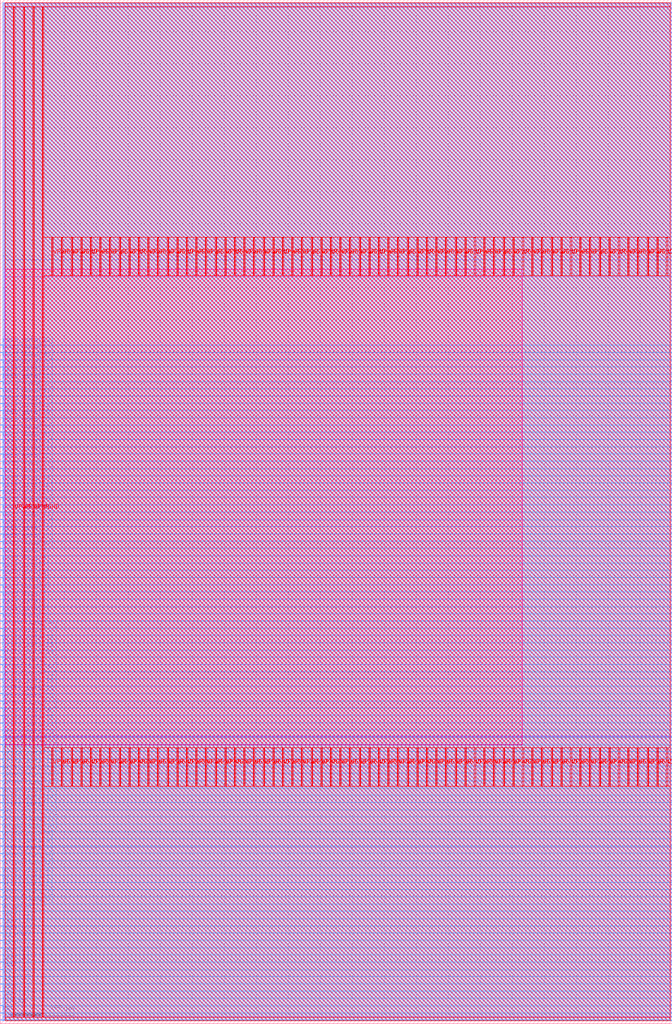
<source format=lef>
VERSION 5.7 ;
  NOWIREEXTENSIONATPIN ON ;
  DIVIDERCHAR "/" ;
  BUSBITCHARS "[]" ;
MACRO sram_39_4096
  CLASS BLOCK ;
  FOREIGN sram_39_4096 ;
  ORIGIN 0.000 0.000 ;
  SIZE 1050.000 BY 1600.000 ;
  PIN VGND
    DIRECTION INPUT ;
    USE GROUND ;
    PORT
      LAYER met4 ;
        RECT 96.040 371.460 97.640 431.040 ;
    END
    PORT
      LAYER met4 ;
        RECT 126.040 371.460 127.640 431.040 ;
    END
    PORT
      LAYER met4 ;
        RECT 156.040 371.460 157.640 431.040 ;
    END
    PORT
      LAYER met4 ;
        RECT 186.040 371.460 187.640 431.040 ;
    END
    PORT
      LAYER met4 ;
        RECT 216.040 371.460 217.640 431.040 ;
    END
    PORT
      LAYER met4 ;
        RECT 246.040 371.460 247.640 431.040 ;
    END
    PORT
      LAYER met4 ;
        RECT 276.040 371.460 277.640 431.040 ;
    END
    PORT
      LAYER met4 ;
        RECT 306.040 371.460 307.640 431.040 ;
    END
    PORT
      LAYER met4 ;
        RECT 336.040 371.460 337.640 431.040 ;
    END
    PORT
      LAYER met4 ;
        RECT 366.040 371.460 367.640 431.040 ;
    END
    PORT
      LAYER met4 ;
        RECT 396.040 371.460 397.640 431.040 ;
    END
    PORT
      LAYER met4 ;
        RECT 426.040 371.460 427.640 431.040 ;
    END
    PORT
      LAYER met4 ;
        RECT 456.040 371.460 457.640 431.040 ;
    END
    PORT
      LAYER met4 ;
        RECT 486.040 371.460 487.640 431.040 ;
    END
    PORT
      LAYER met4 ;
        RECT 516.040 371.460 517.640 431.040 ;
    END
    PORT
      LAYER met4 ;
        RECT 546.040 371.460 547.640 431.040 ;
    END
    PORT
      LAYER met4 ;
        RECT 576.040 371.460 577.640 431.040 ;
    END
    PORT
      LAYER met4 ;
        RECT 606.040 371.460 607.640 431.040 ;
    END
    PORT
      LAYER met4 ;
        RECT 636.040 371.460 637.640 431.040 ;
    END
    PORT
      LAYER met4 ;
        RECT 666.040 371.460 667.640 431.040 ;
    END
    PORT
      LAYER met4 ;
        RECT 696.040 371.460 697.640 431.040 ;
    END
    PORT
      LAYER met4 ;
        RECT 726.040 371.460 727.640 431.040 ;
    END
    PORT
      LAYER met4 ;
        RECT 756.040 371.460 757.640 431.040 ;
    END
    PORT
      LAYER met4 ;
        RECT 786.040 371.460 787.640 431.040 ;
    END
    PORT
      LAYER met4 ;
        RECT 816.040 371.460 817.640 431.040 ;
    END
    PORT
      LAYER met4 ;
        RECT 846.040 371.460 847.640 431.040 ;
    END
    PORT
      LAYER met4 ;
        RECT 876.040 371.460 877.640 431.040 ;
    END
    PORT
      LAYER met4 ;
        RECT 906.040 371.460 907.640 431.040 ;
    END
    PORT
      LAYER met4 ;
        RECT 936.040 371.460 937.640 431.040 ;
    END
    PORT
      LAYER met4 ;
        RECT 966.040 371.460 967.640 431.040 ;
    END
    PORT
      LAYER met4 ;
        RECT 996.040 371.460 997.640 431.040 ;
    END
    PORT
      LAYER met4 ;
        RECT 1026.040 371.460 1027.640 431.040 ;
    END
    PORT
      LAYER met4 ;
        RECT 96.040 1168.960 97.640 1228.540 ;
    END
    PORT
      LAYER met4 ;
        RECT 126.040 1168.960 127.640 1228.540 ;
    END
    PORT
      LAYER met4 ;
        RECT 156.040 1168.960 157.640 1228.540 ;
    END
    PORT
      LAYER met4 ;
        RECT 186.040 1168.960 187.640 1228.540 ;
    END
    PORT
      LAYER met4 ;
        RECT 216.040 1168.960 217.640 1228.540 ;
    END
    PORT
      LAYER met4 ;
        RECT 246.040 1168.960 247.640 1228.540 ;
    END
    PORT
      LAYER met4 ;
        RECT 276.040 1168.960 277.640 1228.540 ;
    END
    PORT
      LAYER met4 ;
        RECT 306.040 1168.960 307.640 1228.540 ;
    END
    PORT
      LAYER met4 ;
        RECT 336.040 1168.960 337.640 1228.540 ;
    END
    PORT
      LAYER met4 ;
        RECT 366.040 1168.960 367.640 1228.540 ;
    END
    PORT
      LAYER met4 ;
        RECT 396.040 1168.960 397.640 1228.540 ;
    END
    PORT
      LAYER met4 ;
        RECT 426.040 1168.960 427.640 1228.540 ;
    END
    PORT
      LAYER met4 ;
        RECT 456.040 1168.960 457.640 1228.540 ;
    END
    PORT
      LAYER met4 ;
        RECT 486.040 1168.960 487.640 1228.540 ;
    END
    PORT
      LAYER met4 ;
        RECT 516.040 1168.960 517.640 1228.540 ;
    END
    PORT
      LAYER met4 ;
        RECT 546.040 1168.960 547.640 1228.540 ;
    END
    PORT
      LAYER met4 ;
        RECT 576.040 1168.960 577.640 1228.540 ;
    END
    PORT
      LAYER met4 ;
        RECT 606.040 1168.960 607.640 1228.540 ;
    END
    PORT
      LAYER met4 ;
        RECT 636.040 1168.960 637.640 1228.540 ;
    END
    PORT
      LAYER met4 ;
        RECT 666.040 1168.960 667.640 1228.540 ;
    END
    PORT
      LAYER met4 ;
        RECT 696.040 1168.960 697.640 1228.540 ;
    END
    PORT
      LAYER met4 ;
        RECT 726.040 1168.960 727.640 1228.540 ;
    END
    PORT
      LAYER met4 ;
        RECT 756.040 1168.960 757.640 1228.540 ;
    END
    PORT
      LAYER met4 ;
        RECT 786.040 1168.960 787.640 1228.540 ;
    END
    PORT
      LAYER met4 ;
        RECT 816.040 1168.960 817.640 1228.540 ;
    END
    PORT
      LAYER met4 ;
        RECT 846.040 1168.960 847.640 1228.540 ;
    END
    PORT
      LAYER met4 ;
        RECT 876.040 1168.960 877.640 1228.540 ;
    END
    PORT
      LAYER met4 ;
        RECT 906.040 1168.960 907.640 1228.540 ;
    END
    PORT
      LAYER met4 ;
        RECT 936.040 1168.960 937.640 1228.540 ;
    END
    PORT
      LAYER met4 ;
        RECT 966.040 1168.960 967.640 1228.540 ;
    END
    PORT
      LAYER met4 ;
        RECT 996.040 1168.960 997.640 1228.540 ;
    END
    PORT
      LAYER met4 ;
        RECT 1026.040 1168.960 1027.640 1228.540 ;
    END
    PORT
      LAYER met4 ;
        RECT 36.040 10.640 37.640 1588.720 ;
    END
    PORT
      LAYER met4 ;
        RECT 66.040 10.640 67.640 1588.720 ;
    END
  END VGND
  PIN VPWR
    DIRECTION INPUT ;
    USE POWER ;
    PORT
      LAYER met4 ;
        RECT 81.040 371.460 82.640 431.040 ;
    END
    PORT
      LAYER met4 ;
        RECT 111.040 371.460 112.640 431.040 ;
    END
    PORT
      LAYER met4 ;
        RECT 141.040 371.460 142.640 431.040 ;
    END
    PORT
      LAYER met4 ;
        RECT 171.040 371.460 172.640 431.040 ;
    END
    PORT
      LAYER met4 ;
        RECT 201.040 371.460 202.640 431.040 ;
    END
    PORT
      LAYER met4 ;
        RECT 231.040 371.460 232.640 431.040 ;
    END
    PORT
      LAYER met4 ;
        RECT 261.040 371.460 262.640 431.040 ;
    END
    PORT
      LAYER met4 ;
        RECT 291.040 371.460 292.640 431.040 ;
    END
    PORT
      LAYER met4 ;
        RECT 321.040 371.460 322.640 431.040 ;
    END
    PORT
      LAYER met4 ;
        RECT 351.040 371.460 352.640 431.040 ;
    END
    PORT
      LAYER met4 ;
        RECT 381.040 371.460 382.640 431.040 ;
    END
    PORT
      LAYER met4 ;
        RECT 411.040 371.460 412.640 431.040 ;
    END
    PORT
      LAYER met4 ;
        RECT 441.040 371.460 442.640 431.040 ;
    END
    PORT
      LAYER met4 ;
        RECT 471.040 371.460 472.640 431.040 ;
    END
    PORT
      LAYER met4 ;
        RECT 501.040 371.460 502.640 431.040 ;
    END
    PORT
      LAYER met4 ;
        RECT 531.040 371.460 532.640 431.040 ;
    END
    PORT
      LAYER met4 ;
        RECT 561.040 371.460 562.640 431.040 ;
    END
    PORT
      LAYER met4 ;
        RECT 591.040 371.460 592.640 431.040 ;
    END
    PORT
      LAYER met4 ;
        RECT 621.040 371.460 622.640 431.040 ;
    END
    PORT
      LAYER met4 ;
        RECT 651.040 371.460 652.640 431.040 ;
    END
    PORT
      LAYER met4 ;
        RECT 681.040 371.460 682.640 431.040 ;
    END
    PORT
      LAYER met4 ;
        RECT 711.040 371.460 712.640 431.040 ;
    END
    PORT
      LAYER met4 ;
        RECT 741.040 371.460 742.640 431.040 ;
    END
    PORT
      LAYER met4 ;
        RECT 771.040 371.460 772.640 431.040 ;
    END
    PORT
      LAYER met4 ;
        RECT 801.040 371.460 802.640 431.040 ;
    END
    PORT
      LAYER met4 ;
        RECT 831.040 371.460 832.640 431.040 ;
    END
    PORT
      LAYER met4 ;
        RECT 861.040 371.460 862.640 431.040 ;
    END
    PORT
      LAYER met4 ;
        RECT 891.040 371.460 892.640 431.040 ;
    END
    PORT
      LAYER met4 ;
        RECT 921.040 371.460 922.640 431.040 ;
    END
    PORT
      LAYER met4 ;
        RECT 951.040 371.460 952.640 431.040 ;
    END
    PORT
      LAYER met4 ;
        RECT 981.040 371.460 982.640 431.040 ;
    END
    PORT
      LAYER met4 ;
        RECT 1011.040 371.460 1012.640 431.040 ;
    END
    PORT
      LAYER met4 ;
        RECT 1041.040 371.460 1042.640 431.040 ;
    END
    PORT
      LAYER met4 ;
        RECT 81.040 1168.960 82.640 1228.540 ;
    END
    PORT
      LAYER met4 ;
        RECT 111.040 1168.960 112.640 1228.540 ;
    END
    PORT
      LAYER met4 ;
        RECT 141.040 1168.960 142.640 1228.540 ;
    END
    PORT
      LAYER met4 ;
        RECT 171.040 1168.960 172.640 1228.540 ;
    END
    PORT
      LAYER met4 ;
        RECT 201.040 1168.960 202.640 1228.540 ;
    END
    PORT
      LAYER met4 ;
        RECT 231.040 1168.960 232.640 1228.540 ;
    END
    PORT
      LAYER met4 ;
        RECT 261.040 1168.960 262.640 1228.540 ;
    END
    PORT
      LAYER met4 ;
        RECT 291.040 1168.960 292.640 1228.540 ;
    END
    PORT
      LAYER met4 ;
        RECT 321.040 1168.960 322.640 1228.540 ;
    END
    PORT
      LAYER met4 ;
        RECT 351.040 1168.960 352.640 1228.540 ;
    END
    PORT
      LAYER met4 ;
        RECT 381.040 1168.960 382.640 1228.540 ;
    END
    PORT
      LAYER met4 ;
        RECT 411.040 1168.960 412.640 1228.540 ;
    END
    PORT
      LAYER met4 ;
        RECT 441.040 1168.960 442.640 1228.540 ;
    END
    PORT
      LAYER met4 ;
        RECT 471.040 1168.960 472.640 1228.540 ;
    END
    PORT
      LAYER met4 ;
        RECT 501.040 1168.960 502.640 1228.540 ;
    END
    PORT
      LAYER met4 ;
        RECT 531.040 1168.960 532.640 1228.540 ;
    END
    PORT
      LAYER met4 ;
        RECT 561.040 1168.960 562.640 1228.540 ;
    END
    PORT
      LAYER met4 ;
        RECT 591.040 1168.960 592.640 1228.540 ;
    END
    PORT
      LAYER met4 ;
        RECT 621.040 1168.960 622.640 1228.540 ;
    END
    PORT
      LAYER met4 ;
        RECT 651.040 1168.960 652.640 1228.540 ;
    END
    PORT
      LAYER met4 ;
        RECT 681.040 1168.960 682.640 1228.540 ;
    END
    PORT
      LAYER met4 ;
        RECT 711.040 1168.960 712.640 1228.540 ;
    END
    PORT
      LAYER met4 ;
        RECT 741.040 1168.960 742.640 1228.540 ;
    END
    PORT
      LAYER met4 ;
        RECT 771.040 1168.960 772.640 1228.540 ;
    END
    PORT
      LAYER met4 ;
        RECT 801.040 1168.960 802.640 1228.540 ;
    END
    PORT
      LAYER met4 ;
        RECT 831.040 1168.960 832.640 1228.540 ;
    END
    PORT
      LAYER met4 ;
        RECT 861.040 1168.960 862.640 1228.540 ;
    END
    PORT
      LAYER met4 ;
        RECT 891.040 1168.960 892.640 1228.540 ;
    END
    PORT
      LAYER met4 ;
        RECT 921.040 1168.960 922.640 1228.540 ;
    END
    PORT
      LAYER met4 ;
        RECT 951.040 1168.960 952.640 1228.540 ;
    END
    PORT
      LAYER met4 ;
        RECT 981.040 1168.960 982.640 1228.540 ;
    END
    PORT
      LAYER met4 ;
        RECT 1011.040 1168.960 1012.640 1228.540 ;
    END
    PORT
      LAYER met4 ;
        RECT 1041.040 1168.960 1042.640 1228.540 ;
    END
    PORT
      LAYER met4 ;
        RECT 21.040 10.640 22.640 1588.720 ;
    END
    PORT
      LAYER met4 ;
        RECT 51.040 10.640 52.640 1588.720 ;
    END
  END VPWR
  PIN addr[0]
    DIRECTION INPUT ;
    USE SIGNAL ;
    PORT
      LAYER met3 ;
        RECT 0.000 39.480 4.000 40.080 ;
    END
  END addr[0]
  PIN addr[10]
    DIRECTION INPUT ;
    USE SIGNAL ;
    PORT
      LAYER met3 ;
        RECT 0.000 152.360 4.000 152.960 ;
    END
  END addr[10]
  PIN addr[11]
    DIRECTION INPUT ;
    USE SIGNAL ;
    PORT
      LAYER met3 ;
        RECT 0.000 163.920 4.000 164.520 ;
    END
  END addr[11]
  PIN addr[1]
    DIRECTION INPUT ;
    USE SIGNAL ;
    PORT
      LAYER met3 ;
        RECT 0.000 50.360 4.000 50.960 ;
    END
  END addr[1]
  PIN addr[2]
    DIRECTION INPUT ;
    USE SIGNAL ;
    PORT
      LAYER met3 ;
        RECT 0.000 61.920 4.000 62.520 ;
    END
  END addr[2]
  PIN addr[3]
    DIRECTION INPUT ;
    USE SIGNAL ;
    PORT
      LAYER met3 ;
        RECT 0.000 73.480 4.000 74.080 ;
    END
  END addr[3]
  PIN addr[4]
    DIRECTION INPUT ;
    USE SIGNAL ;
    PORT
      LAYER met3 ;
        RECT 0.000 84.360 4.000 84.960 ;
    END
  END addr[4]
  PIN addr[5]
    DIRECTION INPUT ;
    USE SIGNAL ;
    PORT
      LAYER met3 ;
        RECT 0.000 95.920 4.000 96.520 ;
    END
  END addr[5]
  PIN addr[6]
    DIRECTION INPUT ;
    USE SIGNAL ;
    PORT
      LAYER met3 ;
        RECT 0.000 107.480 4.000 108.080 ;
    END
  END addr[6]
  PIN addr[7]
    DIRECTION INPUT ;
    USE SIGNAL ;
    PORT
      LAYER met3 ;
        RECT 0.000 118.360 4.000 118.960 ;
    END
  END addr[7]
  PIN addr[8]
    DIRECTION INPUT ;
    USE SIGNAL ;
    PORT
      LAYER met3 ;
        RECT 0.000 129.920 4.000 130.520 ;
    END
  END addr[8]
  PIN addr[9]
    DIRECTION INPUT ;
    USE SIGNAL ;
    PORT
      LAYER met3 ;
        RECT 0.000 141.480 4.000 142.080 ;
    END
  END addr[9]
  PIN clk
    DIRECTION INPUT ;
    USE SIGNAL ;
    PORT
      LAYER met3 ;
        RECT 0.000 5.480 4.000 6.080 ;
    END
  END clk
  PIN clk_en
    DIRECTION INPUT ;
    USE SIGNAL ;
    PORT
      LAYER met3 ;
        RECT 0.000 27.920 4.000 28.520 ;
    END
  END clk_en
  PIN read_data[0]
    DIRECTION OUTPUT TRISTATE ;
    USE SIGNAL ;
    PORT
      LAYER met3 ;
        RECT 0.000 629.040 4.000 629.640 ;
    END
  END read_data[0]
  PIN read_data[10]
    DIRECTION OUTPUT TRISTATE ;
    USE SIGNAL ;
    PORT
      LAYER met3 ;
        RECT 0.000 742.600 4.000 743.200 ;
    END
  END read_data[10]
  PIN read_data[11]
    DIRECTION OUTPUT TRISTATE ;
    USE SIGNAL ;
    PORT
      LAYER met3 ;
        RECT 0.000 753.480 4.000 754.080 ;
    END
  END read_data[11]
  PIN read_data[12]
    DIRECTION OUTPUT TRISTATE ;
    USE SIGNAL ;
    PORT
      LAYER met3 ;
        RECT 0.000 765.040 4.000 765.640 ;
    END
  END read_data[12]
  PIN read_data[13]
    DIRECTION OUTPUT TRISTATE ;
    USE SIGNAL ;
    PORT
      LAYER met3 ;
        RECT 0.000 776.600 4.000 777.200 ;
    END
  END read_data[13]
  PIN read_data[14]
    DIRECTION OUTPUT TRISTATE ;
    USE SIGNAL ;
    PORT
      LAYER met3 ;
        RECT 0.000 787.480 4.000 788.080 ;
    END
  END read_data[14]
  PIN read_data[15]
    DIRECTION OUTPUT TRISTATE ;
    USE SIGNAL ;
    PORT
      LAYER met3 ;
        RECT 0.000 799.040 4.000 799.640 ;
    END
  END read_data[15]
  PIN read_data[16]
    DIRECTION OUTPUT TRISTATE ;
    USE SIGNAL ;
    PORT
      LAYER met3 ;
        RECT 0.000 810.600 4.000 811.200 ;
    END
  END read_data[16]
  PIN read_data[17]
    DIRECTION OUTPUT TRISTATE ;
    USE SIGNAL ;
    PORT
      LAYER met3 ;
        RECT 0.000 822.160 4.000 822.760 ;
    END
  END read_data[17]
  PIN read_data[18]
    DIRECTION OUTPUT TRISTATE ;
    USE SIGNAL ;
    PORT
      LAYER met3 ;
        RECT 0.000 833.040 4.000 833.640 ;
    END
  END read_data[18]
  PIN read_data[19]
    DIRECTION OUTPUT TRISTATE ;
    USE SIGNAL ;
    PORT
      LAYER met3 ;
        RECT 0.000 844.600 4.000 845.200 ;
    END
  END read_data[19]
  PIN read_data[1]
    DIRECTION OUTPUT TRISTATE ;
    USE SIGNAL ;
    PORT
      LAYER met3 ;
        RECT 0.000 640.600 4.000 641.200 ;
    END
  END read_data[1]
  PIN read_data[20]
    DIRECTION OUTPUT TRISTATE ;
    USE SIGNAL ;
    PORT
      LAYER met3 ;
        RECT 0.000 856.160 4.000 856.760 ;
    END
  END read_data[20]
  PIN read_data[21]
    DIRECTION OUTPUT TRISTATE ;
    USE SIGNAL ;
    PORT
      LAYER met3 ;
        RECT 0.000 867.040 4.000 867.640 ;
    END
  END read_data[21]
  PIN read_data[22]
    DIRECTION OUTPUT TRISTATE ;
    USE SIGNAL ;
    PORT
      LAYER met3 ;
        RECT 0.000 878.600 4.000 879.200 ;
    END
  END read_data[22]
  PIN read_data[23]
    DIRECTION OUTPUT TRISTATE ;
    USE SIGNAL ;
    PORT
      LAYER met3 ;
        RECT 0.000 890.160 4.000 890.760 ;
    END
  END read_data[23]
  PIN read_data[24]
    DIRECTION OUTPUT TRISTATE ;
    USE SIGNAL ;
    PORT
      LAYER met3 ;
        RECT 0.000 901.040 4.000 901.640 ;
    END
  END read_data[24]
  PIN read_data[25]
    DIRECTION OUTPUT TRISTATE ;
    USE SIGNAL ;
    PORT
      LAYER met3 ;
        RECT 0.000 912.600 4.000 913.200 ;
    END
  END read_data[25]
  PIN read_data[26]
    DIRECTION OUTPUT TRISTATE ;
    USE SIGNAL ;
    PORT
      LAYER met3 ;
        RECT 0.000 924.160 4.000 924.760 ;
    END
  END read_data[26]
  PIN read_data[27]
    DIRECTION OUTPUT TRISTATE ;
    USE SIGNAL ;
    PORT
      LAYER met3 ;
        RECT 0.000 935.040 4.000 935.640 ;
    END
  END read_data[27]
  PIN read_data[28]
    DIRECTION OUTPUT TRISTATE ;
    USE SIGNAL ;
    PORT
      LAYER met3 ;
        RECT 0.000 946.600 4.000 947.200 ;
    END
  END read_data[28]
  PIN read_data[29]
    DIRECTION OUTPUT TRISTATE ;
    USE SIGNAL ;
    PORT
      LAYER met3 ;
        RECT 0.000 958.160 4.000 958.760 ;
    END
  END read_data[29]
  PIN read_data[2]
    DIRECTION OUTPUT TRISTATE ;
    USE SIGNAL ;
    PORT
      LAYER met3 ;
        RECT 0.000 651.480 4.000 652.080 ;
    END
  END read_data[2]
  PIN read_data[30]
    DIRECTION OUTPUT TRISTATE ;
    USE SIGNAL ;
    PORT
      LAYER met3 ;
        RECT 0.000 969.040 4.000 969.640 ;
    END
  END read_data[30]
  PIN read_data[31]
    DIRECTION OUTPUT TRISTATE ;
    USE SIGNAL ;
    PORT
      LAYER met3 ;
        RECT 0.000 980.600 4.000 981.200 ;
    END
  END read_data[31]
  PIN read_data[32]
    DIRECTION OUTPUT TRISTATE ;
    USE SIGNAL ;
    PORT
      LAYER met3 ;
        RECT 0.000 992.160 4.000 992.760 ;
    END
  END read_data[32]
  PIN read_data[33]
    DIRECTION OUTPUT TRISTATE ;
    USE SIGNAL ;
    PORT
      LAYER met3 ;
        RECT 0.000 1003.040 4.000 1003.640 ;
    END
  END read_data[33]
  PIN read_data[34]
    DIRECTION OUTPUT TRISTATE ;
    USE SIGNAL ;
    PORT
      LAYER met3 ;
        RECT 0.000 1014.600 4.000 1015.200 ;
    END
  END read_data[34]
  PIN read_data[35]
    DIRECTION OUTPUT TRISTATE ;
    USE SIGNAL ;
    PORT
      LAYER met3 ;
        RECT 0.000 1026.160 4.000 1026.760 ;
    END
  END read_data[35]
  PIN read_data[36]
    DIRECTION OUTPUT TRISTATE ;
    USE SIGNAL ;
    PORT
      LAYER met3 ;
        RECT 0.000 1037.040 4.000 1037.640 ;
    END
  END read_data[36]
  PIN read_data[37]
    DIRECTION OUTPUT TRISTATE ;
    USE SIGNAL ;
    PORT
      LAYER met3 ;
        RECT 0.000 1048.600 4.000 1049.200 ;
    END
  END read_data[37]
  PIN read_data[38]
    DIRECTION OUTPUT TRISTATE ;
    USE SIGNAL ;
    PORT
      LAYER met3 ;
        RECT 0.000 1060.160 4.000 1060.760 ;
    END
  END read_data[38]
  PIN read_data[3]
    DIRECTION OUTPUT TRISTATE ;
    USE SIGNAL ;
    PORT
      LAYER met3 ;
        RECT 0.000 663.040 4.000 663.640 ;
    END
  END read_data[3]
  PIN read_data[4]
    DIRECTION OUTPUT TRISTATE ;
    USE SIGNAL ;
    PORT
      LAYER met3 ;
        RECT 0.000 674.600 4.000 675.200 ;
    END
  END read_data[4]
  PIN read_data[5]
    DIRECTION OUTPUT TRISTATE ;
    USE SIGNAL ;
    PORT
      LAYER met3 ;
        RECT 0.000 685.480 4.000 686.080 ;
    END
  END read_data[5]
  PIN read_data[6]
    DIRECTION OUTPUT TRISTATE ;
    USE SIGNAL ;
    PORT
      LAYER met3 ;
        RECT 0.000 697.040 4.000 697.640 ;
    END
  END read_data[6]
  PIN read_data[7]
    DIRECTION OUTPUT TRISTATE ;
    USE SIGNAL ;
    PORT
      LAYER met3 ;
        RECT 0.000 708.600 4.000 709.200 ;
    END
  END read_data[7]
  PIN read_data[8]
    DIRECTION OUTPUT TRISTATE ;
    USE SIGNAL ;
    PORT
      LAYER met3 ;
        RECT 0.000 719.480 4.000 720.080 ;
    END
  END read_data[8]
  PIN read_data[9]
    DIRECTION OUTPUT TRISTATE ;
    USE SIGNAL ;
    PORT
      LAYER met3 ;
        RECT 0.000 731.040 4.000 731.640 ;
    END
  END read_data[9]
  PIN rst
    DIRECTION INPUT ;
    USE SIGNAL ;
    PORT
      LAYER met3 ;
        RECT 0.000 16.360 4.000 16.960 ;
    END
  END rst
  PIN write_data[0]
    DIRECTION INPUT ;
    USE SIGNAL ;
    PORT
      LAYER met3 ;
        RECT 0.000 186.360 4.000 186.960 ;
    END
  END write_data[0]
  PIN write_data[10]
    DIRECTION INPUT ;
    USE SIGNAL ;
    PORT
      LAYER met3 ;
        RECT 0.000 299.920 4.000 300.520 ;
    END
  END write_data[10]
  PIN write_data[11]
    DIRECTION INPUT ;
    USE SIGNAL ;
    PORT
      LAYER met3 ;
        RECT 0.000 311.480 4.000 312.080 ;
    END
  END write_data[11]
  PIN write_data[12]
    DIRECTION INPUT ;
    USE SIGNAL ;
    PORT
      LAYER met3 ;
        RECT 0.000 323.040 4.000 323.640 ;
    END
  END write_data[12]
  PIN write_data[13]
    DIRECTION INPUT ;
    USE SIGNAL ;
    PORT
      LAYER met3 ;
        RECT 0.000 333.920 4.000 334.520 ;
    END
  END write_data[13]
  PIN write_data[14]
    DIRECTION INPUT ;
    USE SIGNAL ;
    PORT
      LAYER met3 ;
        RECT 0.000 345.480 4.000 346.080 ;
    END
  END write_data[14]
  PIN write_data[15]
    DIRECTION INPUT ;
    USE SIGNAL ;
    PORT
      LAYER met3 ;
        RECT 0.000 357.040 4.000 357.640 ;
    END
  END write_data[15]
  PIN write_data[16]
    DIRECTION INPUT ;
    USE SIGNAL ;
    PORT
      LAYER met3 ;
        RECT 0.000 367.920 4.000 368.520 ;
    END
  END write_data[16]
  PIN write_data[17]
    DIRECTION INPUT ;
    USE SIGNAL ;
    PORT
      LAYER met3 ;
        RECT 0.000 379.480 4.000 380.080 ;
    END
  END write_data[17]
  PIN write_data[18]
    DIRECTION INPUT ;
    USE SIGNAL ;
    PORT
      LAYER met3 ;
        RECT 0.000 391.040 4.000 391.640 ;
    END
  END write_data[18]
  PIN write_data[19]
    DIRECTION INPUT ;
    USE SIGNAL ;
    PORT
      LAYER met3 ;
        RECT 0.000 401.920 4.000 402.520 ;
    END
  END write_data[19]
  PIN write_data[1]
    DIRECTION INPUT ;
    USE SIGNAL ;
    PORT
      LAYER met3 ;
        RECT 0.000 197.920 4.000 198.520 ;
    END
  END write_data[1]
  PIN write_data[20]
    DIRECTION INPUT ;
    USE SIGNAL ;
    PORT
      LAYER met3 ;
        RECT 0.000 413.480 4.000 414.080 ;
    END
  END write_data[20]
  PIN write_data[21]
    DIRECTION INPUT ;
    USE SIGNAL ;
    PORT
      LAYER met3 ;
        RECT 0.000 425.040 4.000 425.640 ;
    END
  END write_data[21]
  PIN write_data[22]
    DIRECTION INPUT ;
    USE SIGNAL ;
    PORT
      LAYER met3 ;
        RECT 0.000 435.920 4.000 436.520 ;
    END
  END write_data[22]
  PIN write_data[23]
    DIRECTION INPUT ;
    USE SIGNAL ;
    PORT
      LAYER met3 ;
        RECT 0.000 447.480 4.000 448.080 ;
    END
  END write_data[23]
  PIN write_data[24]
    DIRECTION INPUT ;
    USE SIGNAL ;
    PORT
      LAYER met3 ;
        RECT 0.000 459.040 4.000 459.640 ;
    END
  END write_data[24]
  PIN write_data[25]
    DIRECTION INPUT ;
    USE SIGNAL ;
    PORT
      LAYER met3 ;
        RECT 0.000 469.920 4.000 470.520 ;
    END
  END write_data[25]
  PIN write_data[26]
    DIRECTION INPUT ;
    USE SIGNAL ;
    PORT
      LAYER met3 ;
        RECT 0.000 481.480 4.000 482.080 ;
    END
  END write_data[26]
  PIN write_data[27]
    DIRECTION INPUT ;
    USE SIGNAL ;
    PORT
      LAYER met3 ;
        RECT 0.000 493.040 4.000 493.640 ;
    END
  END write_data[27]
  PIN write_data[28]
    DIRECTION INPUT ;
    USE SIGNAL ;
    PORT
      LAYER met3 ;
        RECT 0.000 503.920 4.000 504.520 ;
    END
  END write_data[28]
  PIN write_data[29]
    DIRECTION INPUT ;
    USE SIGNAL ;
    PORT
      LAYER met3 ;
        RECT 0.000 515.480 4.000 516.080 ;
    END
  END write_data[29]
  PIN write_data[2]
    DIRECTION INPUT ;
    USE SIGNAL ;
    PORT
      LAYER met3 ;
        RECT 0.000 209.480 4.000 210.080 ;
    END
  END write_data[2]
  PIN write_data[30]
    DIRECTION INPUT ;
    USE SIGNAL ;
    PORT
      LAYER met3 ;
        RECT 0.000 527.040 4.000 527.640 ;
    END
  END write_data[30]
  PIN write_data[31]
    DIRECTION INPUT ;
    USE SIGNAL ;
    PORT
      LAYER met3 ;
        RECT 0.000 538.600 4.000 539.200 ;
    END
  END write_data[31]
  PIN write_data[32]
    DIRECTION INPUT ;
    USE SIGNAL ;
    PORT
      LAYER met3 ;
        RECT 0.000 549.480 4.000 550.080 ;
    END
  END write_data[32]
  PIN write_data[33]
    DIRECTION INPUT ;
    USE SIGNAL ;
    PORT
      LAYER met3 ;
        RECT 0.000 561.040 4.000 561.640 ;
    END
  END write_data[33]
  PIN write_data[34]
    DIRECTION INPUT ;
    USE SIGNAL ;
    PORT
      LAYER met3 ;
        RECT 0.000 572.600 4.000 573.200 ;
    END
  END write_data[34]
  PIN write_data[35]
    DIRECTION INPUT ;
    USE SIGNAL ;
    PORT
      LAYER met3 ;
        RECT 0.000 583.480 4.000 584.080 ;
    END
  END write_data[35]
  PIN write_data[36]
    DIRECTION INPUT ;
    USE SIGNAL ;
    PORT
      LAYER met3 ;
        RECT 0.000 595.040 4.000 595.640 ;
    END
  END write_data[36]
  PIN write_data[37]
    DIRECTION INPUT ;
    USE SIGNAL ;
    PORT
      LAYER met3 ;
        RECT 0.000 606.600 4.000 607.200 ;
    END
  END write_data[37]
  PIN write_data[38]
    DIRECTION INPUT ;
    USE SIGNAL ;
    PORT
      LAYER met3 ;
        RECT 0.000 617.480 4.000 618.080 ;
    END
  END write_data[38]
  PIN write_data[3]
    DIRECTION INPUT ;
    USE SIGNAL ;
    PORT
      LAYER met3 ;
        RECT 0.000 220.360 4.000 220.960 ;
    END
  END write_data[3]
  PIN write_data[4]
    DIRECTION INPUT ;
    USE SIGNAL ;
    PORT
      LAYER met3 ;
        RECT 0.000 231.920 4.000 232.520 ;
    END
  END write_data[4]
  PIN write_data[5]
    DIRECTION INPUT ;
    USE SIGNAL ;
    PORT
      LAYER met3 ;
        RECT 0.000 243.480 4.000 244.080 ;
    END
  END write_data[5]
  PIN write_data[6]
    DIRECTION INPUT ;
    USE SIGNAL ;
    PORT
      LAYER met3 ;
        RECT 0.000 254.360 4.000 254.960 ;
    END
  END write_data[6]
  PIN write_data[7]
    DIRECTION INPUT ;
    USE SIGNAL ;
    PORT
      LAYER met3 ;
        RECT 0.000 265.920 4.000 266.520 ;
    END
  END write_data[7]
  PIN write_data[8]
    DIRECTION INPUT ;
    USE SIGNAL ;
    PORT
      LAYER met3 ;
        RECT 0.000 277.480 4.000 278.080 ;
    END
  END write_data[8]
  PIN write_data[9]
    DIRECTION INPUT ;
    USE SIGNAL ;
    PORT
      LAYER met3 ;
        RECT 0.000 289.040 4.000 289.640 ;
    END
  END write_data[9]
  PIN write_en
    DIRECTION INPUT ;
    USE SIGNAL ;
    PORT
      LAYER met3 ;
        RECT 0.000 175.480 4.000 176.080 ;
    END
  END write_en
  OBS
      LAYER li1 ;
        RECT 5.520 1167.475 1050.000 1588.565 ;
        RECT 5.520 450.245 1050.035 1167.475 ;
        RECT 5.520 447.695 1050.000 450.245 ;
        RECT 5.520 414.545 1050.035 447.695 ;
        RECT 5.520 10.795 1050.000 414.545 ;
      LAYER met1 ;
        RECT 5.520 449.380 1050.000 1594.380 ;
        RECT 5.520 446.520 1050.020 449.380 ;
        RECT 5.520 5.620 1050.000 446.520 ;
      LAYER met2 ;
        RECT 6.990 1193.770 1050.000 1594.380 ;
        RECT 6.990 275.930 1050.020 1193.770 ;
        RECT 6.990 5.595 1050.000 275.930 ;
      LAYER met3 ;
        RECT 4.000 1061.160 1049.655 1595.000 ;
        RECT 4.400 1059.760 1049.655 1061.160 ;
        RECT 4.000 1049.600 1049.655 1059.760 ;
        RECT 4.400 1048.200 1049.655 1049.600 ;
        RECT 4.000 1038.040 1049.655 1048.200 ;
        RECT 4.400 1036.640 1049.655 1038.040 ;
        RECT 4.000 1027.160 1049.655 1036.640 ;
        RECT 4.400 1025.760 1049.655 1027.160 ;
        RECT 4.000 1015.600 1049.655 1025.760 ;
        RECT 4.400 1014.200 1049.655 1015.600 ;
        RECT 4.000 1004.040 1049.655 1014.200 ;
        RECT 4.400 1002.640 1049.655 1004.040 ;
        RECT 4.000 993.160 1049.655 1002.640 ;
        RECT 4.400 991.760 1049.655 993.160 ;
        RECT 4.000 981.600 1049.655 991.760 ;
        RECT 4.400 980.200 1049.655 981.600 ;
        RECT 4.000 970.040 1049.655 980.200 ;
        RECT 4.400 968.640 1049.655 970.040 ;
        RECT 4.000 959.160 1049.655 968.640 ;
        RECT 4.400 957.760 1049.655 959.160 ;
        RECT 4.000 947.600 1049.655 957.760 ;
        RECT 4.400 946.200 1049.655 947.600 ;
        RECT 4.000 936.040 1049.655 946.200 ;
        RECT 4.400 934.640 1049.655 936.040 ;
        RECT 4.000 925.160 1049.655 934.640 ;
        RECT 4.400 923.760 1049.655 925.160 ;
        RECT 4.000 913.600 1049.655 923.760 ;
        RECT 4.400 912.200 1049.655 913.600 ;
        RECT 4.000 902.040 1049.655 912.200 ;
        RECT 4.400 900.640 1049.655 902.040 ;
        RECT 4.000 891.160 1049.655 900.640 ;
        RECT 4.400 889.760 1049.655 891.160 ;
        RECT 4.000 879.600 1049.655 889.760 ;
        RECT 4.400 878.200 1049.655 879.600 ;
        RECT 4.000 868.040 1049.655 878.200 ;
        RECT 4.400 866.640 1049.655 868.040 ;
        RECT 4.000 857.160 1049.655 866.640 ;
        RECT 4.400 855.760 1049.655 857.160 ;
        RECT 4.000 845.600 1049.655 855.760 ;
        RECT 4.400 844.200 1049.655 845.600 ;
        RECT 4.000 834.040 1049.655 844.200 ;
        RECT 4.400 832.640 1049.655 834.040 ;
        RECT 4.000 823.160 1049.655 832.640 ;
        RECT 4.400 821.760 1049.655 823.160 ;
        RECT 4.000 811.600 1049.655 821.760 ;
        RECT 4.400 810.200 1049.655 811.600 ;
        RECT 4.000 800.040 1049.655 810.200 ;
        RECT 4.400 798.640 1049.655 800.040 ;
        RECT 4.000 788.480 1049.655 798.640 ;
        RECT 4.400 787.080 1049.655 788.480 ;
        RECT 4.000 777.600 1049.655 787.080 ;
        RECT 4.400 776.200 1049.655 777.600 ;
        RECT 4.000 766.040 1049.655 776.200 ;
        RECT 4.400 764.640 1049.655 766.040 ;
        RECT 4.000 754.480 1049.655 764.640 ;
        RECT 4.400 753.080 1049.655 754.480 ;
        RECT 4.000 743.600 1049.655 753.080 ;
        RECT 4.400 742.200 1049.655 743.600 ;
        RECT 4.000 732.040 1049.655 742.200 ;
        RECT 4.400 730.640 1049.655 732.040 ;
        RECT 4.000 720.480 1049.655 730.640 ;
        RECT 4.400 719.080 1049.655 720.480 ;
        RECT 4.000 709.600 1049.655 719.080 ;
        RECT 4.400 708.200 1049.655 709.600 ;
        RECT 4.000 698.040 1049.655 708.200 ;
        RECT 4.400 696.640 1049.655 698.040 ;
        RECT 4.000 686.480 1049.655 696.640 ;
        RECT 4.400 685.080 1049.655 686.480 ;
        RECT 4.000 675.600 1049.655 685.080 ;
        RECT 4.400 674.200 1049.655 675.600 ;
        RECT 4.000 664.040 1049.655 674.200 ;
        RECT 4.400 662.640 1049.655 664.040 ;
        RECT 4.000 652.480 1049.655 662.640 ;
        RECT 4.400 651.080 1049.655 652.480 ;
        RECT 4.000 641.600 1049.655 651.080 ;
        RECT 4.400 640.200 1049.655 641.600 ;
        RECT 4.000 630.040 1049.655 640.200 ;
        RECT 4.400 628.640 1049.655 630.040 ;
        RECT 4.000 618.480 1049.655 628.640 ;
        RECT 4.400 617.080 1049.655 618.480 ;
        RECT 4.000 607.600 1049.655 617.080 ;
        RECT 4.400 606.200 1049.655 607.600 ;
        RECT 4.000 596.040 1049.655 606.200 ;
        RECT 4.400 594.640 1049.655 596.040 ;
        RECT 4.000 584.480 1049.655 594.640 ;
        RECT 4.400 583.080 1049.655 584.480 ;
        RECT 4.000 573.600 1049.655 583.080 ;
        RECT 4.400 572.200 1049.655 573.600 ;
        RECT 4.000 562.040 1049.655 572.200 ;
        RECT 4.400 560.640 1049.655 562.040 ;
        RECT 4.000 550.480 1049.655 560.640 ;
        RECT 4.400 549.080 1049.655 550.480 ;
        RECT 4.000 539.600 1049.655 549.080 ;
        RECT 4.400 538.200 1049.655 539.600 ;
        RECT 4.000 528.040 1049.655 538.200 ;
        RECT 4.400 526.640 1049.655 528.040 ;
        RECT 4.000 516.480 1049.655 526.640 ;
        RECT 4.400 515.080 1049.655 516.480 ;
        RECT 4.000 504.920 1049.655 515.080 ;
        RECT 4.400 503.520 1049.655 504.920 ;
        RECT 4.000 494.040 1049.655 503.520 ;
        RECT 4.400 492.640 1049.655 494.040 ;
        RECT 4.000 482.480 1049.655 492.640 ;
        RECT 4.400 481.080 1049.655 482.480 ;
        RECT 4.000 470.920 1049.655 481.080 ;
        RECT 4.400 469.520 1049.655 470.920 ;
        RECT 4.000 460.040 1049.655 469.520 ;
        RECT 4.400 458.640 1049.655 460.040 ;
        RECT 4.000 448.480 1049.655 458.640 ;
        RECT 4.400 447.080 1049.655 448.480 ;
        RECT 4.000 436.920 1049.655 447.080 ;
        RECT 4.400 435.520 1049.655 436.920 ;
        RECT 4.000 426.040 1049.655 435.520 ;
        RECT 4.400 424.640 1049.655 426.040 ;
        RECT 4.000 414.480 1049.655 424.640 ;
        RECT 4.400 413.080 1049.655 414.480 ;
        RECT 4.000 402.920 1049.655 413.080 ;
        RECT 4.400 401.520 1049.655 402.920 ;
        RECT 4.000 392.040 1049.655 401.520 ;
        RECT 4.400 390.640 1049.655 392.040 ;
        RECT 4.000 380.480 1049.655 390.640 ;
        RECT 4.400 379.080 1049.655 380.480 ;
        RECT 4.000 368.920 1049.655 379.080 ;
        RECT 4.400 367.520 1049.655 368.920 ;
        RECT 4.000 358.040 1049.655 367.520 ;
        RECT 4.400 356.640 1049.655 358.040 ;
        RECT 4.000 346.480 1049.655 356.640 ;
        RECT 4.400 345.080 1049.655 346.480 ;
        RECT 4.000 334.920 1049.655 345.080 ;
        RECT 4.400 333.520 1049.655 334.920 ;
        RECT 4.000 324.040 1049.655 333.520 ;
        RECT 4.400 322.640 1049.655 324.040 ;
        RECT 4.000 312.480 1049.655 322.640 ;
        RECT 4.400 311.080 1049.655 312.480 ;
        RECT 4.000 300.920 1049.655 311.080 ;
        RECT 4.400 299.520 1049.655 300.920 ;
        RECT 4.000 290.040 1049.655 299.520 ;
        RECT 4.400 288.640 1049.655 290.040 ;
        RECT 4.000 278.480 1049.655 288.640 ;
        RECT 4.400 277.080 1049.655 278.480 ;
        RECT 4.000 266.920 1049.655 277.080 ;
        RECT 4.400 265.520 1049.655 266.920 ;
        RECT 4.000 255.360 1049.655 265.520 ;
        RECT 4.400 253.960 1049.655 255.360 ;
        RECT 4.000 244.480 1049.655 253.960 ;
        RECT 4.400 243.080 1049.655 244.480 ;
        RECT 4.000 232.920 1049.655 243.080 ;
        RECT 4.400 231.520 1049.655 232.920 ;
        RECT 4.000 221.360 1049.655 231.520 ;
        RECT 4.400 219.960 1049.655 221.360 ;
        RECT 4.000 210.480 1049.655 219.960 ;
        RECT 4.400 209.080 1049.655 210.480 ;
        RECT 4.000 198.920 1049.655 209.080 ;
        RECT 4.400 197.520 1049.655 198.920 ;
        RECT 4.000 187.360 1049.655 197.520 ;
        RECT 4.400 185.960 1049.655 187.360 ;
        RECT 4.000 176.480 1049.655 185.960 ;
        RECT 4.400 175.080 1049.655 176.480 ;
        RECT 4.000 164.920 1049.655 175.080 ;
        RECT 4.400 163.520 1049.655 164.920 ;
        RECT 4.000 153.360 1049.655 163.520 ;
        RECT 4.400 151.960 1049.655 153.360 ;
        RECT 4.000 142.480 1049.655 151.960 ;
        RECT 4.400 141.080 1049.655 142.480 ;
        RECT 4.000 130.920 1049.655 141.080 ;
        RECT 4.400 129.520 1049.655 130.920 ;
        RECT 4.000 119.360 1049.655 129.520 ;
        RECT 4.400 117.960 1049.655 119.360 ;
        RECT 4.000 108.480 1049.655 117.960 ;
        RECT 4.400 107.080 1049.655 108.480 ;
        RECT 4.000 96.920 1049.655 107.080 ;
        RECT 4.400 95.520 1049.655 96.920 ;
        RECT 4.000 85.360 1049.655 95.520 ;
        RECT 4.400 83.960 1049.655 85.360 ;
        RECT 4.000 74.480 1049.655 83.960 ;
        RECT 4.400 73.080 1049.655 74.480 ;
        RECT 4.000 62.920 1049.655 73.080 ;
        RECT 4.400 61.520 1049.655 62.920 ;
        RECT 4.000 51.360 1049.655 61.520 ;
        RECT 4.400 49.960 1049.655 51.360 ;
        RECT 4.000 40.480 1049.655 49.960 ;
        RECT 4.400 39.080 1049.655 40.480 ;
        RECT 4.000 28.920 1049.655 39.080 ;
        RECT 4.400 27.520 1049.655 28.920 ;
        RECT 4.000 17.360 1049.655 27.520 ;
        RECT 4.400 15.960 1049.655 17.360 ;
        RECT 4.000 6.480 1049.655 15.960 ;
        RECT 4.400 5.080 1049.655 6.480 ;
        RECT 4.000 5.000 1049.655 5.080 ;
      LAYER met4 ;
        RECT 8.150 1589.120 1046.665 1595.000 ;
        RECT 8.150 10.240 20.640 1589.120 ;
        RECT 23.040 10.240 35.640 1589.120 ;
        RECT 38.040 10.240 50.640 1589.120 ;
        RECT 53.040 10.240 65.640 1589.120 ;
        RECT 68.040 1228.940 1046.665 1589.120 ;
        RECT 68.040 1168.560 80.640 1228.940 ;
        RECT 83.040 1168.560 95.640 1228.940 ;
        RECT 98.040 1168.560 110.640 1228.940 ;
        RECT 113.040 1168.560 125.640 1228.940 ;
        RECT 128.040 1168.560 140.640 1228.940 ;
        RECT 143.040 1168.560 155.640 1228.940 ;
        RECT 158.040 1168.560 170.640 1228.940 ;
        RECT 173.040 1168.560 185.640 1228.940 ;
        RECT 188.040 1168.560 200.640 1228.940 ;
        RECT 203.040 1168.560 215.640 1228.940 ;
        RECT 218.040 1168.560 230.640 1228.940 ;
        RECT 233.040 1168.560 245.640 1228.940 ;
        RECT 248.040 1168.560 260.640 1228.940 ;
        RECT 263.040 1168.560 275.640 1228.940 ;
        RECT 278.040 1168.560 290.640 1228.940 ;
        RECT 293.040 1168.560 305.640 1228.940 ;
        RECT 308.040 1168.560 320.640 1228.940 ;
        RECT 323.040 1168.560 335.640 1228.940 ;
        RECT 338.040 1168.560 350.640 1228.940 ;
        RECT 353.040 1168.560 365.640 1228.940 ;
        RECT 368.040 1168.560 380.640 1228.940 ;
        RECT 383.040 1168.560 395.640 1228.940 ;
        RECT 398.040 1168.560 410.640 1228.940 ;
        RECT 413.040 1168.560 425.640 1228.940 ;
        RECT 428.040 1168.560 440.640 1228.940 ;
        RECT 443.040 1168.560 455.640 1228.940 ;
        RECT 458.040 1168.560 470.640 1228.940 ;
        RECT 473.040 1168.560 485.640 1228.940 ;
        RECT 488.040 1168.560 500.640 1228.940 ;
        RECT 503.040 1168.560 515.640 1228.940 ;
        RECT 518.040 1168.560 530.640 1228.940 ;
        RECT 533.040 1168.560 545.640 1228.940 ;
        RECT 548.040 1168.560 560.640 1228.940 ;
        RECT 563.040 1168.560 575.640 1228.940 ;
        RECT 578.040 1168.560 590.640 1228.940 ;
        RECT 593.040 1168.560 605.640 1228.940 ;
        RECT 608.040 1168.560 620.640 1228.940 ;
        RECT 623.040 1168.560 635.640 1228.940 ;
        RECT 638.040 1168.560 650.640 1228.940 ;
        RECT 653.040 1168.560 665.640 1228.940 ;
        RECT 668.040 1168.560 680.640 1228.940 ;
        RECT 683.040 1168.560 695.640 1228.940 ;
        RECT 698.040 1168.560 710.640 1228.940 ;
        RECT 713.040 1168.560 725.640 1228.940 ;
        RECT 728.040 1168.560 740.640 1228.940 ;
        RECT 743.040 1168.560 755.640 1228.940 ;
        RECT 758.040 1168.560 770.640 1228.940 ;
        RECT 773.040 1168.560 785.640 1228.940 ;
        RECT 788.040 1168.560 800.640 1228.940 ;
        RECT 803.040 1168.560 815.640 1228.940 ;
        RECT 818.040 1168.560 830.640 1228.940 ;
        RECT 833.040 1168.560 845.640 1228.940 ;
        RECT 848.040 1168.560 860.640 1228.940 ;
        RECT 863.040 1168.560 875.640 1228.940 ;
        RECT 878.040 1168.560 890.640 1228.940 ;
        RECT 893.040 1168.560 905.640 1228.940 ;
        RECT 908.040 1168.560 920.640 1228.940 ;
        RECT 923.040 1168.560 935.640 1228.940 ;
        RECT 938.040 1168.560 950.640 1228.940 ;
        RECT 953.040 1168.560 965.640 1228.940 ;
        RECT 968.040 1168.560 980.640 1228.940 ;
        RECT 983.040 1168.560 995.640 1228.940 ;
        RECT 998.040 1168.560 1010.640 1228.940 ;
        RECT 1013.040 1168.560 1025.640 1228.940 ;
        RECT 1028.040 1168.560 1040.640 1228.940 ;
        RECT 1043.040 1168.560 1046.665 1228.940 ;
        RECT 68.040 431.440 1046.665 1168.560 ;
        RECT 68.040 371.060 80.640 431.440 ;
        RECT 83.040 371.060 95.640 431.440 ;
        RECT 98.040 371.060 110.640 431.440 ;
        RECT 113.040 371.060 125.640 431.440 ;
        RECT 128.040 371.060 140.640 431.440 ;
        RECT 143.040 371.060 155.640 431.440 ;
        RECT 158.040 371.060 170.640 431.440 ;
        RECT 173.040 371.060 185.640 431.440 ;
        RECT 188.040 371.060 200.640 431.440 ;
        RECT 203.040 371.060 215.640 431.440 ;
        RECT 218.040 371.060 230.640 431.440 ;
        RECT 233.040 371.060 245.640 431.440 ;
        RECT 248.040 371.060 260.640 431.440 ;
        RECT 263.040 371.060 275.640 431.440 ;
        RECT 278.040 371.060 290.640 431.440 ;
        RECT 293.040 371.060 305.640 431.440 ;
        RECT 308.040 371.060 320.640 431.440 ;
        RECT 323.040 371.060 335.640 431.440 ;
        RECT 338.040 371.060 350.640 431.440 ;
        RECT 353.040 371.060 365.640 431.440 ;
        RECT 368.040 371.060 380.640 431.440 ;
        RECT 383.040 371.060 395.640 431.440 ;
        RECT 398.040 371.060 410.640 431.440 ;
        RECT 413.040 371.060 425.640 431.440 ;
        RECT 428.040 371.060 440.640 431.440 ;
        RECT 443.040 371.060 455.640 431.440 ;
        RECT 458.040 371.060 470.640 431.440 ;
        RECT 473.040 371.060 485.640 431.440 ;
        RECT 488.040 371.060 500.640 431.440 ;
        RECT 503.040 371.060 515.640 431.440 ;
        RECT 518.040 371.060 530.640 431.440 ;
        RECT 533.040 371.060 545.640 431.440 ;
        RECT 548.040 371.060 560.640 431.440 ;
        RECT 563.040 371.060 575.640 431.440 ;
        RECT 578.040 371.060 590.640 431.440 ;
        RECT 593.040 371.060 605.640 431.440 ;
        RECT 608.040 371.060 620.640 431.440 ;
        RECT 623.040 371.060 635.640 431.440 ;
        RECT 638.040 371.060 650.640 431.440 ;
        RECT 653.040 371.060 665.640 431.440 ;
        RECT 668.040 371.060 680.640 431.440 ;
        RECT 683.040 371.060 695.640 431.440 ;
        RECT 698.040 371.060 710.640 431.440 ;
        RECT 713.040 371.060 725.640 431.440 ;
        RECT 728.040 371.060 740.640 431.440 ;
        RECT 743.040 371.060 755.640 431.440 ;
        RECT 758.040 371.060 770.640 431.440 ;
        RECT 773.040 371.060 785.640 431.440 ;
        RECT 788.040 371.060 800.640 431.440 ;
        RECT 803.040 371.060 815.640 431.440 ;
        RECT 818.040 371.060 830.640 431.440 ;
        RECT 833.040 371.060 845.640 431.440 ;
        RECT 848.040 371.060 860.640 431.440 ;
        RECT 863.040 371.060 875.640 431.440 ;
        RECT 878.040 371.060 890.640 431.440 ;
        RECT 893.040 371.060 905.640 431.440 ;
        RECT 908.040 371.060 920.640 431.440 ;
        RECT 923.040 371.060 935.640 431.440 ;
        RECT 938.040 371.060 950.640 431.440 ;
        RECT 953.040 371.060 965.640 431.440 ;
        RECT 968.040 371.060 980.640 431.440 ;
        RECT 983.040 371.060 995.640 431.440 ;
        RECT 998.040 371.060 1010.640 431.440 ;
        RECT 1013.040 371.060 1025.640 431.440 ;
        RECT 1028.040 371.060 1040.640 431.440 ;
        RECT 1043.040 371.060 1046.665 431.440 ;
        RECT 68.040 10.240 1046.665 371.060 ;
        RECT 8.150 5.000 1046.665 10.240 ;
      LAYER met5 ;
        RECT 7.940 436.100 815.460 1178.900 ;
  END
END sram_39_4096
END LIBRARY


</source>
